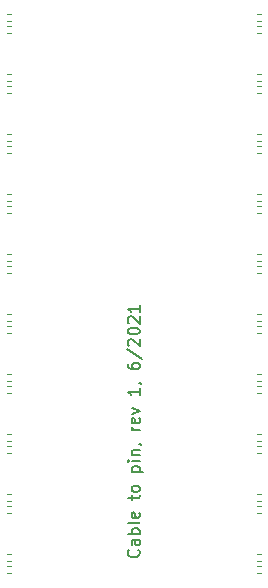
<source format=gto>
G04 #@! TF.GenerationSoftware,KiCad,Pcbnew,5.1.9-73d0e3b20d~88~ubuntu20.04.1*
G04 #@! TF.CreationDate,2021-06-04T14:41:46+03:00*
G04 #@! TF.ProjectId,cable_to_square_pin,6361626c-655f-4746-9f5f-737175617265,rev?*
G04 #@! TF.SameCoordinates,Original*
G04 #@! TF.FileFunction,Legend,Top*
G04 #@! TF.FilePolarity,Positive*
%FSLAX46Y46*%
G04 Gerber Fmt 4.6, Leading zero omitted, Abs format (unit mm)*
G04 Created by KiCad (PCBNEW 5.1.9-73d0e3b20d~88~ubuntu20.04.1) date 2021-06-04 14:41:46*
%MOMM*%
%LPD*%
G01*
G04 APERTURE LIST*
%ADD10C,0.150000*%
%ADD11C,0.120000*%
G04 APERTURE END LIST*
D10*
X96357142Y-120547619D02*
X96404761Y-120595238D01*
X96452380Y-120738095D01*
X96452380Y-120833333D01*
X96404761Y-120976190D01*
X96309523Y-121071428D01*
X96214285Y-121119047D01*
X96023809Y-121166666D01*
X95880952Y-121166666D01*
X95690476Y-121119047D01*
X95595238Y-121071428D01*
X95500000Y-120976190D01*
X95452380Y-120833333D01*
X95452380Y-120738095D01*
X95500000Y-120595238D01*
X95547619Y-120547619D01*
X96452380Y-119690476D02*
X95928571Y-119690476D01*
X95833333Y-119738095D01*
X95785714Y-119833333D01*
X95785714Y-120023809D01*
X95833333Y-120119047D01*
X96404761Y-119690476D02*
X96452380Y-119785714D01*
X96452380Y-120023809D01*
X96404761Y-120119047D01*
X96309523Y-120166666D01*
X96214285Y-120166666D01*
X96119047Y-120119047D01*
X96071428Y-120023809D01*
X96071428Y-119785714D01*
X96023809Y-119690476D01*
X96452380Y-119214285D02*
X95452380Y-119214285D01*
X95833333Y-119214285D02*
X95785714Y-119119047D01*
X95785714Y-118928571D01*
X95833333Y-118833333D01*
X95880952Y-118785714D01*
X95976190Y-118738095D01*
X96261904Y-118738095D01*
X96357142Y-118785714D01*
X96404761Y-118833333D01*
X96452380Y-118928571D01*
X96452380Y-119119047D01*
X96404761Y-119214285D01*
X96452380Y-118166666D02*
X96404761Y-118261904D01*
X96309523Y-118309523D01*
X95452380Y-118309523D01*
X96404761Y-117404761D02*
X96452380Y-117500000D01*
X96452380Y-117690476D01*
X96404761Y-117785714D01*
X96309523Y-117833333D01*
X95928571Y-117833333D01*
X95833333Y-117785714D01*
X95785714Y-117690476D01*
X95785714Y-117500000D01*
X95833333Y-117404761D01*
X95928571Y-117357142D01*
X96023809Y-117357142D01*
X96119047Y-117833333D01*
X95785714Y-116309523D02*
X95785714Y-115928571D01*
X95452380Y-116166666D02*
X96309523Y-116166666D01*
X96404761Y-116119047D01*
X96452380Y-116023809D01*
X96452380Y-115928571D01*
X96452380Y-115452380D02*
X96404761Y-115547619D01*
X96357142Y-115595238D01*
X96261904Y-115642857D01*
X95976190Y-115642857D01*
X95880952Y-115595238D01*
X95833333Y-115547619D01*
X95785714Y-115452380D01*
X95785714Y-115309523D01*
X95833333Y-115214285D01*
X95880952Y-115166666D01*
X95976190Y-115119047D01*
X96261904Y-115119047D01*
X96357142Y-115166666D01*
X96404761Y-115214285D01*
X96452380Y-115309523D01*
X96452380Y-115452380D01*
X95785714Y-113928571D02*
X96785714Y-113928571D01*
X95833333Y-113928571D02*
X95785714Y-113833333D01*
X95785714Y-113642857D01*
X95833333Y-113547619D01*
X95880952Y-113500000D01*
X95976190Y-113452380D01*
X96261904Y-113452380D01*
X96357142Y-113500000D01*
X96404761Y-113547619D01*
X96452380Y-113642857D01*
X96452380Y-113833333D01*
X96404761Y-113928571D01*
X96452380Y-113023809D02*
X95785714Y-113023809D01*
X95452380Y-113023809D02*
X95500000Y-113071428D01*
X95547619Y-113023809D01*
X95500000Y-112976190D01*
X95452380Y-113023809D01*
X95547619Y-113023809D01*
X95785714Y-112547619D02*
X96452380Y-112547619D01*
X95880952Y-112547619D02*
X95833333Y-112500000D01*
X95785714Y-112404761D01*
X95785714Y-112261904D01*
X95833333Y-112166666D01*
X95928571Y-112119047D01*
X96452380Y-112119047D01*
X96404761Y-111595238D02*
X96452380Y-111595238D01*
X96547619Y-111642857D01*
X96595238Y-111690476D01*
X96452380Y-110404761D02*
X95785714Y-110404761D01*
X95976190Y-110404761D02*
X95880952Y-110357142D01*
X95833333Y-110309523D01*
X95785714Y-110214285D01*
X95785714Y-110119047D01*
X96404761Y-109404761D02*
X96452380Y-109500000D01*
X96452380Y-109690476D01*
X96404761Y-109785714D01*
X96309523Y-109833333D01*
X95928571Y-109833333D01*
X95833333Y-109785714D01*
X95785714Y-109690476D01*
X95785714Y-109500000D01*
X95833333Y-109404761D01*
X95928571Y-109357142D01*
X96023809Y-109357142D01*
X96119047Y-109833333D01*
X95785714Y-109023809D02*
X96452380Y-108785714D01*
X95785714Y-108547619D01*
X96452380Y-106880952D02*
X96452380Y-107452380D01*
X96452380Y-107166666D02*
X95452380Y-107166666D01*
X95595238Y-107261904D01*
X95690476Y-107357142D01*
X95738095Y-107452380D01*
X96404761Y-106404761D02*
X96452380Y-106404761D01*
X96547619Y-106452380D01*
X96595238Y-106500000D01*
X95452380Y-104785714D02*
X95452380Y-104976190D01*
X95500000Y-105071428D01*
X95547619Y-105119047D01*
X95690476Y-105214285D01*
X95880952Y-105261904D01*
X96261904Y-105261904D01*
X96357142Y-105214285D01*
X96404761Y-105166666D01*
X96452380Y-105071428D01*
X96452380Y-104880952D01*
X96404761Y-104785714D01*
X96357142Y-104738095D01*
X96261904Y-104690476D01*
X96023809Y-104690476D01*
X95928571Y-104738095D01*
X95880952Y-104785714D01*
X95833333Y-104880952D01*
X95833333Y-105071428D01*
X95880952Y-105166666D01*
X95928571Y-105214285D01*
X96023809Y-105261904D01*
X95404761Y-103547619D02*
X96690476Y-104404761D01*
X95547619Y-103261904D02*
X95500000Y-103214285D01*
X95452380Y-103119047D01*
X95452380Y-102880952D01*
X95500000Y-102785714D01*
X95547619Y-102738095D01*
X95642857Y-102690476D01*
X95738095Y-102690476D01*
X95880952Y-102738095D01*
X96452380Y-103309523D01*
X96452380Y-102690476D01*
X95452380Y-102071428D02*
X95452380Y-101976190D01*
X95500000Y-101880952D01*
X95547619Y-101833333D01*
X95642857Y-101785714D01*
X95833333Y-101738095D01*
X96071428Y-101738095D01*
X96261904Y-101785714D01*
X96357142Y-101833333D01*
X96404761Y-101880952D01*
X96452380Y-101976190D01*
X96452380Y-102071428D01*
X96404761Y-102166666D01*
X96357142Y-102214285D01*
X96261904Y-102261904D01*
X96071428Y-102309523D01*
X95833333Y-102309523D01*
X95642857Y-102261904D01*
X95547619Y-102214285D01*
X95500000Y-102166666D01*
X95452380Y-102071428D01*
X95547619Y-101357142D02*
X95500000Y-101309523D01*
X95452380Y-101214285D01*
X95452380Y-100976190D01*
X95500000Y-100880952D01*
X95547619Y-100833333D01*
X95642857Y-100785714D01*
X95738095Y-100785714D01*
X95880952Y-100833333D01*
X96452380Y-101404761D01*
X96452380Y-100785714D01*
X96452380Y-99833333D02*
X96452380Y-100404761D01*
X96452380Y-100119047D02*
X95452380Y-100119047D01*
X95595238Y-100214285D01*
X95690476Y-100309523D01*
X95738095Y-100404761D01*
D11*
G04 #@! TO.C,C1*
X106397221Y-76210000D02*
X106722779Y-76210000D01*
X106397221Y-75190000D02*
X106722779Y-75190000D01*
G04 #@! TO.C,R1*
X106397221Y-76810000D02*
X106722779Y-76810000D01*
X106397221Y-75790000D02*
X106722779Y-75790000D01*
X106397221Y-111350000D02*
X106722779Y-111350000D01*
X106397221Y-112370000D02*
X106722779Y-112370000D01*
X106397221Y-117450000D02*
X106722779Y-117450000D01*
X106397221Y-116430000D02*
X106722779Y-116430000D01*
X106397221Y-80870000D02*
X106722779Y-80870000D01*
X106397221Y-81890000D02*
X106722779Y-81890000D01*
X106397221Y-91030000D02*
X106722779Y-91030000D01*
X106397221Y-92050000D02*
X106722779Y-92050000D01*
G04 #@! TO.C,C1*
X106397221Y-110750000D02*
X106722779Y-110750000D01*
X106397221Y-111770000D02*
X106722779Y-111770000D01*
X106397221Y-96530000D02*
X106722779Y-96530000D01*
X106397221Y-95510000D02*
X106722779Y-95510000D01*
X106397221Y-80270000D02*
X106722779Y-80270000D01*
X106397221Y-81290000D02*
X106722779Y-81290000D01*
G04 #@! TO.C,R1*
X106397221Y-107290000D02*
X106722779Y-107290000D01*
X106397221Y-106270000D02*
X106722779Y-106270000D01*
G04 #@! TO.C,C1*
X106397221Y-100590000D02*
X106722779Y-100590000D01*
X106397221Y-101610000D02*
X106722779Y-101610000D01*
X106397221Y-90430000D02*
X106722779Y-90430000D01*
X106397221Y-91450000D02*
X106722779Y-91450000D01*
X106397221Y-116850000D02*
X106722779Y-116850000D01*
X106397221Y-115830000D02*
X106722779Y-115830000D01*
G04 #@! TO.C,R1*
X106397221Y-86970000D02*
X106722779Y-86970000D01*
X106397221Y-85950000D02*
X106722779Y-85950000D01*
G04 #@! TO.C,C1*
X106397221Y-106690000D02*
X106722779Y-106690000D01*
X106397221Y-105670000D02*
X106722779Y-105670000D01*
G04 #@! TO.C,R1*
X106397221Y-121510000D02*
X106722779Y-121510000D01*
X106397221Y-122530000D02*
X106722779Y-122530000D01*
X106397221Y-101190000D02*
X106722779Y-101190000D01*
X106397221Y-102210000D02*
X106722779Y-102210000D01*
G04 #@! TO.C,C1*
X106397221Y-120910000D02*
X106722779Y-120910000D01*
X106397221Y-121930000D02*
X106722779Y-121930000D01*
X106397221Y-86370000D02*
X106722779Y-86370000D01*
X106397221Y-85350000D02*
X106722779Y-85350000D01*
G04 #@! TO.C,R1*
X106397221Y-97130000D02*
X106722779Y-97130000D01*
X106397221Y-96110000D02*
X106722779Y-96110000D01*
X85562779Y-121930000D02*
X85237221Y-121930000D01*
X85562779Y-120910000D02*
X85237221Y-120910000D01*
G04 #@! TO.C,C1*
X85562779Y-116430000D02*
X85237221Y-116430000D01*
X85562779Y-117450000D02*
X85237221Y-117450000D01*
X85562779Y-112370000D02*
X85237221Y-112370000D01*
X85562779Y-111350000D02*
X85237221Y-111350000D01*
X85562779Y-122530000D02*
X85237221Y-122530000D01*
X85562779Y-121510000D02*
X85237221Y-121510000D01*
G04 #@! TO.C,R1*
X85562779Y-111770000D02*
X85237221Y-111770000D01*
X85562779Y-110750000D02*
X85237221Y-110750000D01*
X85562779Y-115830000D02*
X85237221Y-115830000D01*
X85562779Y-116850000D02*
X85237221Y-116850000D01*
X85562779Y-101610000D02*
X85237221Y-101610000D01*
X85562779Y-100590000D02*
X85237221Y-100590000D01*
X85562779Y-95510000D02*
X85237221Y-95510000D01*
X85562779Y-96530000D02*
X85237221Y-96530000D01*
G04 #@! TO.C,C1*
X85562779Y-102210000D02*
X85237221Y-102210000D01*
X85562779Y-101190000D02*
X85237221Y-101190000D01*
G04 #@! TO.C,R1*
X85562779Y-105670000D02*
X85237221Y-105670000D01*
X85562779Y-106690000D02*
X85237221Y-106690000D01*
G04 #@! TO.C,C1*
X85562779Y-96110000D02*
X85237221Y-96110000D01*
X85562779Y-97130000D02*
X85237221Y-97130000D01*
X85562779Y-106270000D02*
X85237221Y-106270000D01*
X85562779Y-107290000D02*
X85237221Y-107290000D01*
G04 #@! TO.C,R1*
X85562779Y-91450000D02*
X85237221Y-91450000D01*
X85562779Y-90430000D02*
X85237221Y-90430000D01*
G04 #@! TO.C,C1*
X85562779Y-92050000D02*
X85237221Y-92050000D01*
X85562779Y-91030000D02*
X85237221Y-91030000D01*
G04 #@! TO.C,R1*
X85562779Y-85350000D02*
X85237221Y-85350000D01*
X85562779Y-86370000D02*
X85237221Y-86370000D01*
G04 #@! TO.C,C1*
X85562779Y-85950000D02*
X85237221Y-85950000D01*
X85562779Y-86970000D02*
X85237221Y-86970000D01*
G04 #@! TO.C,R1*
X85562779Y-81290000D02*
X85237221Y-81290000D01*
X85562779Y-80270000D02*
X85237221Y-80270000D01*
G04 #@! TO.C,C1*
X85562779Y-81890000D02*
X85237221Y-81890000D01*
X85562779Y-80870000D02*
X85237221Y-80870000D01*
G04 #@! TO.C,R1*
X85562779Y-75190000D02*
X85237221Y-75190000D01*
X85562779Y-76210000D02*
X85237221Y-76210000D01*
G04 #@! TO.C,C1*
X85562779Y-75790000D02*
X85237221Y-75790000D01*
X85562779Y-76810000D02*
X85237221Y-76810000D01*
G04 #@! TD*
%LPC*%
G04 #@! TO.C,J1*
G36*
G01*
X107860000Y-121020000D02*
X111460000Y-121020000D01*
G75*
G02*
X111810000Y-121370000I0J-350000D01*
G01*
X111810000Y-122070000D01*
G75*
G02*
X111460000Y-122420000I-350000J0D01*
G01*
X107860000Y-122420000D01*
G75*
G02*
X107510000Y-122070000I0J350000D01*
G01*
X107510000Y-121370000D01*
G75*
G02*
X107860000Y-121020000I350000J0D01*
G01*
G37*
G04 #@! TD*
G04 #@! TO.C,J2*
G36*
G01*
X105360000Y-121470000D02*
X105360000Y-121970000D01*
G75*
G02*
X105110000Y-122220000I-250000J0D01*
G01*
X102610000Y-122220000D01*
G75*
G02*
X102360000Y-121970000I0J250000D01*
G01*
X102360000Y-121470000D01*
G75*
G02*
X102610000Y-121220000I250000J0D01*
G01*
X105110000Y-121220000D01*
G75*
G02*
X105360000Y-121470000I0J-250000D01*
G01*
G37*
G04 #@! TD*
G04 #@! TO.C,C1*
G36*
G01*
X106910000Y-75956250D02*
X106910000Y-75443750D01*
G75*
G02*
X107128750Y-75225000I218750J0D01*
G01*
X107566250Y-75225000D01*
G75*
G02*
X107785000Y-75443750I0J-218750D01*
G01*
X107785000Y-75956250D01*
G75*
G02*
X107566250Y-76175000I-218750J0D01*
G01*
X107128750Y-76175000D01*
G75*
G02*
X106910000Y-75956250I0J218750D01*
G01*
G37*
G36*
G01*
X105335000Y-75956250D02*
X105335000Y-75443750D01*
G75*
G02*
X105553750Y-75225000I218750J0D01*
G01*
X105991250Y-75225000D01*
G75*
G02*
X106210000Y-75443750I0J-218750D01*
G01*
X106210000Y-75956250D01*
G75*
G02*
X105991250Y-76175000I-218750J0D01*
G01*
X105553750Y-76175000D01*
G75*
G02*
X105335000Y-75956250I0J218750D01*
G01*
G37*
G04 #@! TD*
G04 #@! TO.C,J2*
G36*
G01*
X105360000Y-106230000D02*
X105360000Y-106730000D01*
G75*
G02*
X105110000Y-106980000I-250000J0D01*
G01*
X102610000Y-106980000D01*
G75*
G02*
X102360000Y-106730000I0J250000D01*
G01*
X102360000Y-106230000D01*
G75*
G02*
X102610000Y-105980000I250000J0D01*
G01*
X105110000Y-105980000D01*
G75*
G02*
X105360000Y-106230000I0J-250000D01*
G01*
G37*
G04 #@! TD*
G04 #@! TO.C,R1*
G36*
G01*
X106910000Y-76556250D02*
X106910000Y-76043750D01*
G75*
G02*
X107128750Y-75825000I218750J0D01*
G01*
X107566250Y-75825000D01*
G75*
G02*
X107785000Y-76043750I0J-218750D01*
G01*
X107785000Y-76556250D01*
G75*
G02*
X107566250Y-76775000I-218750J0D01*
G01*
X107128750Y-76775000D01*
G75*
G02*
X106910000Y-76556250I0J218750D01*
G01*
G37*
G36*
G01*
X105335000Y-76556250D02*
X105335000Y-76043750D01*
G75*
G02*
X105553750Y-75825000I218750J0D01*
G01*
X105991250Y-75825000D01*
G75*
G02*
X106210000Y-76043750I0J-218750D01*
G01*
X106210000Y-76556250D01*
G75*
G02*
X105991250Y-76775000I-218750J0D01*
G01*
X105553750Y-76775000D01*
G75*
G02*
X105335000Y-76556250I0J218750D01*
G01*
G37*
G04 #@! TD*
G04 #@! TO.C,J1*
G36*
G01*
X107860000Y-85460000D02*
X111460000Y-85460000D01*
G75*
G02*
X111810000Y-85810000I0J-350000D01*
G01*
X111810000Y-86510000D01*
G75*
G02*
X111460000Y-86860000I-350000J0D01*
G01*
X107860000Y-86860000D01*
G75*
G02*
X107510000Y-86510000I0J350000D01*
G01*
X107510000Y-85810000D01*
G75*
G02*
X107860000Y-85460000I350000J0D01*
G01*
G37*
G04 #@! TD*
G04 #@! TO.C,R1*
G36*
G01*
X105335000Y-112116250D02*
X105335000Y-111603750D01*
G75*
G02*
X105553750Y-111385000I218750J0D01*
G01*
X105991250Y-111385000D01*
G75*
G02*
X106210000Y-111603750I0J-218750D01*
G01*
X106210000Y-112116250D01*
G75*
G02*
X105991250Y-112335000I-218750J0D01*
G01*
X105553750Y-112335000D01*
G75*
G02*
X105335000Y-112116250I0J218750D01*
G01*
G37*
G36*
G01*
X106910000Y-112116250D02*
X106910000Y-111603750D01*
G75*
G02*
X107128750Y-111385000I218750J0D01*
G01*
X107566250Y-111385000D01*
G75*
G02*
X107785000Y-111603750I0J-218750D01*
G01*
X107785000Y-112116250D01*
G75*
G02*
X107566250Y-112335000I-218750J0D01*
G01*
X107128750Y-112335000D01*
G75*
G02*
X106910000Y-112116250I0J218750D01*
G01*
G37*
G04 #@! TD*
G04 #@! TO.C,R1*
G36*
G01*
X106910000Y-117196250D02*
X106910000Y-116683750D01*
G75*
G02*
X107128750Y-116465000I218750J0D01*
G01*
X107566250Y-116465000D01*
G75*
G02*
X107785000Y-116683750I0J-218750D01*
G01*
X107785000Y-117196250D01*
G75*
G02*
X107566250Y-117415000I-218750J0D01*
G01*
X107128750Y-117415000D01*
G75*
G02*
X106910000Y-117196250I0J218750D01*
G01*
G37*
G36*
G01*
X105335000Y-117196250D02*
X105335000Y-116683750D01*
G75*
G02*
X105553750Y-116465000I218750J0D01*
G01*
X105991250Y-116465000D01*
G75*
G02*
X106210000Y-116683750I0J-218750D01*
G01*
X106210000Y-117196250D01*
G75*
G02*
X105991250Y-117415000I-218750J0D01*
G01*
X105553750Y-117415000D01*
G75*
G02*
X105335000Y-117196250I0J218750D01*
G01*
G37*
G04 #@! TD*
G04 #@! TO.C,J1*
G36*
G01*
X107860000Y-80380000D02*
X111460000Y-80380000D01*
G75*
G02*
X111810000Y-80730000I0J-350000D01*
G01*
X111810000Y-81430000D01*
G75*
G02*
X111460000Y-81780000I-350000J0D01*
G01*
X107860000Y-81780000D01*
G75*
G02*
X107510000Y-81430000I0J350000D01*
G01*
X107510000Y-80730000D01*
G75*
G02*
X107860000Y-80380000I350000J0D01*
G01*
G37*
G04 #@! TD*
G04 #@! TO.C,R1*
G36*
G01*
X105335000Y-81636250D02*
X105335000Y-81123750D01*
G75*
G02*
X105553750Y-80905000I218750J0D01*
G01*
X105991250Y-80905000D01*
G75*
G02*
X106210000Y-81123750I0J-218750D01*
G01*
X106210000Y-81636250D01*
G75*
G02*
X105991250Y-81855000I-218750J0D01*
G01*
X105553750Y-81855000D01*
G75*
G02*
X105335000Y-81636250I0J218750D01*
G01*
G37*
G36*
G01*
X106910000Y-81636250D02*
X106910000Y-81123750D01*
G75*
G02*
X107128750Y-80905000I218750J0D01*
G01*
X107566250Y-80905000D01*
G75*
G02*
X107785000Y-81123750I0J-218750D01*
G01*
X107785000Y-81636250D01*
G75*
G02*
X107566250Y-81855000I-218750J0D01*
G01*
X107128750Y-81855000D01*
G75*
G02*
X106910000Y-81636250I0J218750D01*
G01*
G37*
G04 #@! TD*
G04 #@! TO.C,J1*
G36*
G01*
X107860000Y-95620000D02*
X111460000Y-95620000D01*
G75*
G02*
X111810000Y-95970000I0J-350000D01*
G01*
X111810000Y-96670000D01*
G75*
G02*
X111460000Y-97020000I-350000J0D01*
G01*
X107860000Y-97020000D01*
G75*
G02*
X107510000Y-96670000I0J350000D01*
G01*
X107510000Y-95970000D01*
G75*
G02*
X107860000Y-95620000I350000J0D01*
G01*
G37*
G04 #@! TD*
G04 #@! TO.C,R1*
G36*
G01*
X105335000Y-91796250D02*
X105335000Y-91283750D01*
G75*
G02*
X105553750Y-91065000I218750J0D01*
G01*
X105991250Y-91065000D01*
G75*
G02*
X106210000Y-91283750I0J-218750D01*
G01*
X106210000Y-91796250D01*
G75*
G02*
X105991250Y-92015000I-218750J0D01*
G01*
X105553750Y-92015000D01*
G75*
G02*
X105335000Y-91796250I0J218750D01*
G01*
G37*
G36*
G01*
X106910000Y-91796250D02*
X106910000Y-91283750D01*
G75*
G02*
X107128750Y-91065000I218750J0D01*
G01*
X107566250Y-91065000D01*
G75*
G02*
X107785000Y-91283750I0J-218750D01*
G01*
X107785000Y-91796250D01*
G75*
G02*
X107566250Y-92015000I-218750J0D01*
G01*
X107128750Y-92015000D01*
G75*
G02*
X106910000Y-91796250I0J218750D01*
G01*
G37*
G04 #@! TD*
G04 #@! TO.C,J1*
G36*
G01*
X107860000Y-100700000D02*
X111460000Y-100700000D01*
G75*
G02*
X111810000Y-101050000I0J-350000D01*
G01*
X111810000Y-101750000D01*
G75*
G02*
X111460000Y-102100000I-350000J0D01*
G01*
X107860000Y-102100000D01*
G75*
G02*
X107510000Y-101750000I0J350000D01*
G01*
X107510000Y-101050000D01*
G75*
G02*
X107860000Y-100700000I350000J0D01*
G01*
G37*
G04 #@! TD*
G04 #@! TO.C,J1*
G36*
G01*
X107860000Y-115940000D02*
X111460000Y-115940000D01*
G75*
G02*
X111810000Y-116290000I0J-350000D01*
G01*
X111810000Y-116990000D01*
G75*
G02*
X111460000Y-117340000I-350000J0D01*
G01*
X107860000Y-117340000D01*
G75*
G02*
X107510000Y-116990000I0J350000D01*
G01*
X107510000Y-116290000D01*
G75*
G02*
X107860000Y-115940000I350000J0D01*
G01*
G37*
G04 #@! TD*
G04 #@! TO.C,C1*
G36*
G01*
X105335000Y-111516250D02*
X105335000Y-111003750D01*
G75*
G02*
X105553750Y-110785000I218750J0D01*
G01*
X105991250Y-110785000D01*
G75*
G02*
X106210000Y-111003750I0J-218750D01*
G01*
X106210000Y-111516250D01*
G75*
G02*
X105991250Y-111735000I-218750J0D01*
G01*
X105553750Y-111735000D01*
G75*
G02*
X105335000Y-111516250I0J218750D01*
G01*
G37*
G36*
G01*
X106910000Y-111516250D02*
X106910000Y-111003750D01*
G75*
G02*
X107128750Y-110785000I218750J0D01*
G01*
X107566250Y-110785000D01*
G75*
G02*
X107785000Y-111003750I0J-218750D01*
G01*
X107785000Y-111516250D01*
G75*
G02*
X107566250Y-111735000I-218750J0D01*
G01*
X107128750Y-111735000D01*
G75*
G02*
X106910000Y-111516250I0J218750D01*
G01*
G37*
G04 #@! TD*
G04 #@! TO.C,C1*
G36*
G01*
X106910000Y-96276250D02*
X106910000Y-95763750D01*
G75*
G02*
X107128750Y-95545000I218750J0D01*
G01*
X107566250Y-95545000D01*
G75*
G02*
X107785000Y-95763750I0J-218750D01*
G01*
X107785000Y-96276250D01*
G75*
G02*
X107566250Y-96495000I-218750J0D01*
G01*
X107128750Y-96495000D01*
G75*
G02*
X106910000Y-96276250I0J218750D01*
G01*
G37*
G36*
G01*
X105335000Y-96276250D02*
X105335000Y-95763750D01*
G75*
G02*
X105553750Y-95545000I218750J0D01*
G01*
X105991250Y-95545000D01*
G75*
G02*
X106210000Y-95763750I0J-218750D01*
G01*
X106210000Y-96276250D01*
G75*
G02*
X105991250Y-96495000I-218750J0D01*
G01*
X105553750Y-96495000D01*
G75*
G02*
X105335000Y-96276250I0J218750D01*
G01*
G37*
G04 #@! TD*
G04 #@! TO.C,C1*
G36*
G01*
X105335000Y-81036250D02*
X105335000Y-80523750D01*
G75*
G02*
X105553750Y-80305000I218750J0D01*
G01*
X105991250Y-80305000D01*
G75*
G02*
X106210000Y-80523750I0J-218750D01*
G01*
X106210000Y-81036250D01*
G75*
G02*
X105991250Y-81255000I-218750J0D01*
G01*
X105553750Y-81255000D01*
G75*
G02*
X105335000Y-81036250I0J218750D01*
G01*
G37*
G36*
G01*
X106910000Y-81036250D02*
X106910000Y-80523750D01*
G75*
G02*
X107128750Y-80305000I218750J0D01*
G01*
X107566250Y-80305000D01*
G75*
G02*
X107785000Y-80523750I0J-218750D01*
G01*
X107785000Y-81036250D01*
G75*
G02*
X107566250Y-81255000I-218750J0D01*
G01*
X107128750Y-81255000D01*
G75*
G02*
X106910000Y-81036250I0J218750D01*
G01*
G37*
G04 #@! TD*
G04 #@! TO.C,J1*
G36*
G01*
X107860000Y-75300000D02*
X111460000Y-75300000D01*
G75*
G02*
X111810000Y-75650000I0J-350000D01*
G01*
X111810000Y-76350000D01*
G75*
G02*
X111460000Y-76700000I-350000J0D01*
G01*
X107860000Y-76700000D01*
G75*
G02*
X107510000Y-76350000I0J350000D01*
G01*
X107510000Y-75650000D01*
G75*
G02*
X107860000Y-75300000I350000J0D01*
G01*
G37*
G04 #@! TD*
G04 #@! TO.C,R1*
G36*
G01*
X106910000Y-107036250D02*
X106910000Y-106523750D01*
G75*
G02*
X107128750Y-106305000I218750J0D01*
G01*
X107566250Y-106305000D01*
G75*
G02*
X107785000Y-106523750I0J-218750D01*
G01*
X107785000Y-107036250D01*
G75*
G02*
X107566250Y-107255000I-218750J0D01*
G01*
X107128750Y-107255000D01*
G75*
G02*
X106910000Y-107036250I0J218750D01*
G01*
G37*
G36*
G01*
X105335000Y-107036250D02*
X105335000Y-106523750D01*
G75*
G02*
X105553750Y-106305000I218750J0D01*
G01*
X105991250Y-106305000D01*
G75*
G02*
X106210000Y-106523750I0J-218750D01*
G01*
X106210000Y-107036250D01*
G75*
G02*
X105991250Y-107255000I-218750J0D01*
G01*
X105553750Y-107255000D01*
G75*
G02*
X105335000Y-107036250I0J218750D01*
G01*
G37*
G04 #@! TD*
G04 #@! TO.C,J2*
G36*
G01*
X105360000Y-111310000D02*
X105360000Y-111810000D01*
G75*
G02*
X105110000Y-112060000I-250000J0D01*
G01*
X102610000Y-112060000D01*
G75*
G02*
X102360000Y-111810000I0J250000D01*
G01*
X102360000Y-111310000D01*
G75*
G02*
X102610000Y-111060000I250000J0D01*
G01*
X105110000Y-111060000D01*
G75*
G02*
X105360000Y-111310000I0J-250000D01*
G01*
G37*
G04 #@! TD*
G04 #@! TO.C,J1*
G36*
G01*
X107860000Y-110860000D02*
X111460000Y-110860000D01*
G75*
G02*
X111810000Y-111210000I0J-350000D01*
G01*
X111810000Y-111910000D01*
G75*
G02*
X111460000Y-112260000I-350000J0D01*
G01*
X107860000Y-112260000D01*
G75*
G02*
X107510000Y-111910000I0J350000D01*
G01*
X107510000Y-111210000D01*
G75*
G02*
X107860000Y-110860000I350000J0D01*
G01*
G37*
G04 #@! TD*
G04 #@! TO.C,J1*
G36*
G01*
X107860000Y-90540000D02*
X111460000Y-90540000D01*
G75*
G02*
X111810000Y-90890000I0J-350000D01*
G01*
X111810000Y-91590000D01*
G75*
G02*
X111460000Y-91940000I-350000J0D01*
G01*
X107860000Y-91940000D01*
G75*
G02*
X107510000Y-91590000I0J350000D01*
G01*
X107510000Y-90890000D01*
G75*
G02*
X107860000Y-90540000I350000J0D01*
G01*
G37*
G04 #@! TD*
G04 #@! TO.C,C1*
G36*
G01*
X105335000Y-101356250D02*
X105335000Y-100843750D01*
G75*
G02*
X105553750Y-100625000I218750J0D01*
G01*
X105991250Y-100625000D01*
G75*
G02*
X106210000Y-100843750I0J-218750D01*
G01*
X106210000Y-101356250D01*
G75*
G02*
X105991250Y-101575000I-218750J0D01*
G01*
X105553750Y-101575000D01*
G75*
G02*
X105335000Y-101356250I0J218750D01*
G01*
G37*
G36*
G01*
X106910000Y-101356250D02*
X106910000Y-100843750D01*
G75*
G02*
X107128750Y-100625000I218750J0D01*
G01*
X107566250Y-100625000D01*
G75*
G02*
X107785000Y-100843750I0J-218750D01*
G01*
X107785000Y-101356250D01*
G75*
G02*
X107566250Y-101575000I-218750J0D01*
G01*
X107128750Y-101575000D01*
G75*
G02*
X106910000Y-101356250I0J218750D01*
G01*
G37*
G04 #@! TD*
G04 #@! TO.C,C1*
G36*
G01*
X105335000Y-91196250D02*
X105335000Y-90683750D01*
G75*
G02*
X105553750Y-90465000I218750J0D01*
G01*
X105991250Y-90465000D01*
G75*
G02*
X106210000Y-90683750I0J-218750D01*
G01*
X106210000Y-91196250D01*
G75*
G02*
X105991250Y-91415000I-218750J0D01*
G01*
X105553750Y-91415000D01*
G75*
G02*
X105335000Y-91196250I0J218750D01*
G01*
G37*
G36*
G01*
X106910000Y-91196250D02*
X106910000Y-90683750D01*
G75*
G02*
X107128750Y-90465000I218750J0D01*
G01*
X107566250Y-90465000D01*
G75*
G02*
X107785000Y-90683750I0J-218750D01*
G01*
X107785000Y-91196250D01*
G75*
G02*
X107566250Y-91415000I-218750J0D01*
G01*
X107128750Y-91415000D01*
G75*
G02*
X106910000Y-91196250I0J218750D01*
G01*
G37*
G04 #@! TD*
G04 #@! TO.C,C1*
G36*
G01*
X106910000Y-116596250D02*
X106910000Y-116083750D01*
G75*
G02*
X107128750Y-115865000I218750J0D01*
G01*
X107566250Y-115865000D01*
G75*
G02*
X107785000Y-116083750I0J-218750D01*
G01*
X107785000Y-116596250D01*
G75*
G02*
X107566250Y-116815000I-218750J0D01*
G01*
X107128750Y-116815000D01*
G75*
G02*
X106910000Y-116596250I0J218750D01*
G01*
G37*
G36*
G01*
X105335000Y-116596250D02*
X105335000Y-116083750D01*
G75*
G02*
X105553750Y-115865000I218750J0D01*
G01*
X105991250Y-115865000D01*
G75*
G02*
X106210000Y-116083750I0J-218750D01*
G01*
X106210000Y-116596250D01*
G75*
G02*
X105991250Y-116815000I-218750J0D01*
G01*
X105553750Y-116815000D01*
G75*
G02*
X105335000Y-116596250I0J218750D01*
G01*
G37*
G04 #@! TD*
G04 #@! TO.C,J2*
G36*
G01*
X105360000Y-116390000D02*
X105360000Y-116890000D01*
G75*
G02*
X105110000Y-117140000I-250000J0D01*
G01*
X102610000Y-117140000D01*
G75*
G02*
X102360000Y-116890000I0J250000D01*
G01*
X102360000Y-116390000D01*
G75*
G02*
X102610000Y-116140000I250000J0D01*
G01*
X105110000Y-116140000D01*
G75*
G02*
X105360000Y-116390000I0J-250000D01*
G01*
G37*
G04 #@! TD*
G04 #@! TO.C,J1*
G36*
G01*
X107860000Y-105780000D02*
X111460000Y-105780000D01*
G75*
G02*
X111810000Y-106130000I0J-350000D01*
G01*
X111810000Y-106830000D01*
G75*
G02*
X111460000Y-107180000I-350000J0D01*
G01*
X107860000Y-107180000D01*
G75*
G02*
X107510000Y-106830000I0J350000D01*
G01*
X107510000Y-106130000D01*
G75*
G02*
X107860000Y-105780000I350000J0D01*
G01*
G37*
G04 #@! TD*
G04 #@! TO.C,J2*
G36*
G01*
X105360000Y-90990000D02*
X105360000Y-91490000D01*
G75*
G02*
X105110000Y-91740000I-250000J0D01*
G01*
X102610000Y-91740000D01*
G75*
G02*
X102360000Y-91490000I0J250000D01*
G01*
X102360000Y-90990000D01*
G75*
G02*
X102610000Y-90740000I250000J0D01*
G01*
X105110000Y-90740000D01*
G75*
G02*
X105360000Y-90990000I0J-250000D01*
G01*
G37*
G04 #@! TD*
G04 #@! TO.C,J2*
G36*
G01*
X105360000Y-85910000D02*
X105360000Y-86410000D01*
G75*
G02*
X105110000Y-86660000I-250000J0D01*
G01*
X102610000Y-86660000D01*
G75*
G02*
X102360000Y-86410000I0J250000D01*
G01*
X102360000Y-85910000D01*
G75*
G02*
X102610000Y-85660000I250000J0D01*
G01*
X105110000Y-85660000D01*
G75*
G02*
X105360000Y-85910000I0J-250000D01*
G01*
G37*
G04 #@! TD*
G04 #@! TO.C,J2*
G36*
G01*
X105360000Y-101150000D02*
X105360000Y-101650000D01*
G75*
G02*
X105110000Y-101900000I-250000J0D01*
G01*
X102610000Y-101900000D01*
G75*
G02*
X102360000Y-101650000I0J250000D01*
G01*
X102360000Y-101150000D01*
G75*
G02*
X102610000Y-100900000I250000J0D01*
G01*
X105110000Y-100900000D01*
G75*
G02*
X105360000Y-101150000I0J-250000D01*
G01*
G37*
G04 #@! TD*
G04 #@! TO.C,R1*
G36*
G01*
X106910000Y-86716250D02*
X106910000Y-86203750D01*
G75*
G02*
X107128750Y-85985000I218750J0D01*
G01*
X107566250Y-85985000D01*
G75*
G02*
X107785000Y-86203750I0J-218750D01*
G01*
X107785000Y-86716250D01*
G75*
G02*
X107566250Y-86935000I-218750J0D01*
G01*
X107128750Y-86935000D01*
G75*
G02*
X106910000Y-86716250I0J218750D01*
G01*
G37*
G36*
G01*
X105335000Y-86716250D02*
X105335000Y-86203750D01*
G75*
G02*
X105553750Y-85985000I218750J0D01*
G01*
X105991250Y-85985000D01*
G75*
G02*
X106210000Y-86203750I0J-218750D01*
G01*
X106210000Y-86716250D01*
G75*
G02*
X105991250Y-86935000I-218750J0D01*
G01*
X105553750Y-86935000D01*
G75*
G02*
X105335000Y-86716250I0J218750D01*
G01*
G37*
G04 #@! TD*
G04 #@! TO.C,J2*
G36*
G01*
X105360000Y-96070000D02*
X105360000Y-96570000D01*
G75*
G02*
X105110000Y-96820000I-250000J0D01*
G01*
X102610000Y-96820000D01*
G75*
G02*
X102360000Y-96570000I0J250000D01*
G01*
X102360000Y-96070000D01*
G75*
G02*
X102610000Y-95820000I250000J0D01*
G01*
X105110000Y-95820000D01*
G75*
G02*
X105360000Y-96070000I0J-250000D01*
G01*
G37*
G04 #@! TD*
G04 #@! TO.C,C1*
G36*
G01*
X106910000Y-106436250D02*
X106910000Y-105923750D01*
G75*
G02*
X107128750Y-105705000I218750J0D01*
G01*
X107566250Y-105705000D01*
G75*
G02*
X107785000Y-105923750I0J-218750D01*
G01*
X107785000Y-106436250D01*
G75*
G02*
X107566250Y-106655000I-218750J0D01*
G01*
X107128750Y-106655000D01*
G75*
G02*
X106910000Y-106436250I0J218750D01*
G01*
G37*
G36*
G01*
X105335000Y-106436250D02*
X105335000Y-105923750D01*
G75*
G02*
X105553750Y-105705000I218750J0D01*
G01*
X105991250Y-105705000D01*
G75*
G02*
X106210000Y-105923750I0J-218750D01*
G01*
X106210000Y-106436250D01*
G75*
G02*
X105991250Y-106655000I-218750J0D01*
G01*
X105553750Y-106655000D01*
G75*
G02*
X105335000Y-106436250I0J218750D01*
G01*
G37*
G04 #@! TD*
G04 #@! TO.C,R1*
G36*
G01*
X105335000Y-122276250D02*
X105335000Y-121763750D01*
G75*
G02*
X105553750Y-121545000I218750J0D01*
G01*
X105991250Y-121545000D01*
G75*
G02*
X106210000Y-121763750I0J-218750D01*
G01*
X106210000Y-122276250D01*
G75*
G02*
X105991250Y-122495000I-218750J0D01*
G01*
X105553750Y-122495000D01*
G75*
G02*
X105335000Y-122276250I0J218750D01*
G01*
G37*
G36*
G01*
X106910000Y-122276250D02*
X106910000Y-121763750D01*
G75*
G02*
X107128750Y-121545000I218750J0D01*
G01*
X107566250Y-121545000D01*
G75*
G02*
X107785000Y-121763750I0J-218750D01*
G01*
X107785000Y-122276250D01*
G75*
G02*
X107566250Y-122495000I-218750J0D01*
G01*
X107128750Y-122495000D01*
G75*
G02*
X106910000Y-122276250I0J218750D01*
G01*
G37*
G04 #@! TD*
G04 #@! TO.C,J2*
G36*
G01*
X105360000Y-75750000D02*
X105360000Y-76250000D01*
G75*
G02*
X105110000Y-76500000I-250000J0D01*
G01*
X102610000Y-76500000D01*
G75*
G02*
X102360000Y-76250000I0J250000D01*
G01*
X102360000Y-75750000D01*
G75*
G02*
X102610000Y-75500000I250000J0D01*
G01*
X105110000Y-75500000D01*
G75*
G02*
X105360000Y-75750000I0J-250000D01*
G01*
G37*
G04 #@! TD*
G04 #@! TO.C,J2*
G36*
G01*
X105360000Y-80830000D02*
X105360000Y-81330000D01*
G75*
G02*
X105110000Y-81580000I-250000J0D01*
G01*
X102610000Y-81580000D01*
G75*
G02*
X102360000Y-81330000I0J250000D01*
G01*
X102360000Y-80830000D01*
G75*
G02*
X102610000Y-80580000I250000J0D01*
G01*
X105110000Y-80580000D01*
G75*
G02*
X105360000Y-80830000I0J-250000D01*
G01*
G37*
G04 #@! TD*
G04 #@! TO.C,R1*
G36*
G01*
X105335000Y-101956250D02*
X105335000Y-101443750D01*
G75*
G02*
X105553750Y-101225000I218750J0D01*
G01*
X105991250Y-101225000D01*
G75*
G02*
X106210000Y-101443750I0J-218750D01*
G01*
X106210000Y-101956250D01*
G75*
G02*
X105991250Y-102175000I-218750J0D01*
G01*
X105553750Y-102175000D01*
G75*
G02*
X105335000Y-101956250I0J218750D01*
G01*
G37*
G36*
G01*
X106910000Y-101956250D02*
X106910000Y-101443750D01*
G75*
G02*
X107128750Y-101225000I218750J0D01*
G01*
X107566250Y-101225000D01*
G75*
G02*
X107785000Y-101443750I0J-218750D01*
G01*
X107785000Y-101956250D01*
G75*
G02*
X107566250Y-102175000I-218750J0D01*
G01*
X107128750Y-102175000D01*
G75*
G02*
X106910000Y-101956250I0J218750D01*
G01*
G37*
G04 #@! TD*
G04 #@! TO.C,C1*
G36*
G01*
X105335000Y-121676250D02*
X105335000Y-121163750D01*
G75*
G02*
X105553750Y-120945000I218750J0D01*
G01*
X105991250Y-120945000D01*
G75*
G02*
X106210000Y-121163750I0J-218750D01*
G01*
X106210000Y-121676250D01*
G75*
G02*
X105991250Y-121895000I-218750J0D01*
G01*
X105553750Y-121895000D01*
G75*
G02*
X105335000Y-121676250I0J218750D01*
G01*
G37*
G36*
G01*
X106910000Y-121676250D02*
X106910000Y-121163750D01*
G75*
G02*
X107128750Y-120945000I218750J0D01*
G01*
X107566250Y-120945000D01*
G75*
G02*
X107785000Y-121163750I0J-218750D01*
G01*
X107785000Y-121676250D01*
G75*
G02*
X107566250Y-121895000I-218750J0D01*
G01*
X107128750Y-121895000D01*
G75*
G02*
X106910000Y-121676250I0J218750D01*
G01*
G37*
G04 #@! TD*
G04 #@! TO.C,C1*
G36*
G01*
X106910000Y-86116250D02*
X106910000Y-85603750D01*
G75*
G02*
X107128750Y-85385000I218750J0D01*
G01*
X107566250Y-85385000D01*
G75*
G02*
X107785000Y-85603750I0J-218750D01*
G01*
X107785000Y-86116250D01*
G75*
G02*
X107566250Y-86335000I-218750J0D01*
G01*
X107128750Y-86335000D01*
G75*
G02*
X106910000Y-86116250I0J218750D01*
G01*
G37*
G36*
G01*
X105335000Y-86116250D02*
X105335000Y-85603750D01*
G75*
G02*
X105553750Y-85385000I218750J0D01*
G01*
X105991250Y-85385000D01*
G75*
G02*
X106210000Y-85603750I0J-218750D01*
G01*
X106210000Y-86116250D01*
G75*
G02*
X105991250Y-86335000I-218750J0D01*
G01*
X105553750Y-86335000D01*
G75*
G02*
X105335000Y-86116250I0J218750D01*
G01*
G37*
G04 #@! TD*
G04 #@! TO.C,R1*
G36*
G01*
X106910000Y-96876250D02*
X106910000Y-96363750D01*
G75*
G02*
X107128750Y-96145000I218750J0D01*
G01*
X107566250Y-96145000D01*
G75*
G02*
X107785000Y-96363750I0J-218750D01*
G01*
X107785000Y-96876250D01*
G75*
G02*
X107566250Y-97095000I-218750J0D01*
G01*
X107128750Y-97095000D01*
G75*
G02*
X106910000Y-96876250I0J218750D01*
G01*
G37*
G36*
G01*
X105335000Y-96876250D02*
X105335000Y-96363750D01*
G75*
G02*
X105553750Y-96145000I218750J0D01*
G01*
X105991250Y-96145000D01*
G75*
G02*
X106210000Y-96363750I0J-218750D01*
G01*
X106210000Y-96876250D01*
G75*
G02*
X105991250Y-97095000I-218750J0D01*
G01*
X105553750Y-97095000D01*
G75*
G02*
X105335000Y-96876250I0J218750D01*
G01*
G37*
G04 #@! TD*
G04 #@! TO.C,J1*
G36*
G01*
X84100000Y-117340000D02*
X80500000Y-117340000D01*
G75*
G02*
X80150000Y-116990000I0J350000D01*
G01*
X80150000Y-116290000D01*
G75*
G02*
X80500000Y-115940000I350000J0D01*
G01*
X84100000Y-115940000D01*
G75*
G02*
X84450000Y-116290000I0J-350000D01*
G01*
X84450000Y-116990000D01*
G75*
G02*
X84100000Y-117340000I-350000J0D01*
G01*
G37*
G04 #@! TD*
G04 #@! TO.C,R1*
G36*
G01*
X86625000Y-121163750D02*
X86625000Y-121676250D01*
G75*
G02*
X86406250Y-121895000I-218750J0D01*
G01*
X85968750Y-121895000D01*
G75*
G02*
X85750000Y-121676250I0J218750D01*
G01*
X85750000Y-121163750D01*
G75*
G02*
X85968750Y-120945000I218750J0D01*
G01*
X86406250Y-120945000D01*
G75*
G02*
X86625000Y-121163750I0J-218750D01*
G01*
G37*
G36*
G01*
X85050000Y-121163750D02*
X85050000Y-121676250D01*
G75*
G02*
X84831250Y-121895000I-218750J0D01*
G01*
X84393750Y-121895000D01*
G75*
G02*
X84175000Y-121676250I0J218750D01*
G01*
X84175000Y-121163750D01*
G75*
G02*
X84393750Y-120945000I218750J0D01*
G01*
X84831250Y-120945000D01*
G75*
G02*
X85050000Y-121163750I0J-218750D01*
G01*
G37*
G04 #@! TD*
G04 #@! TO.C,J1*
G36*
G01*
X84100000Y-112260000D02*
X80500000Y-112260000D01*
G75*
G02*
X80150000Y-111910000I0J350000D01*
G01*
X80150000Y-111210000D01*
G75*
G02*
X80500000Y-110860000I350000J0D01*
G01*
X84100000Y-110860000D01*
G75*
G02*
X84450000Y-111210000I0J-350000D01*
G01*
X84450000Y-111910000D01*
G75*
G02*
X84100000Y-112260000I-350000J0D01*
G01*
G37*
G04 #@! TD*
G04 #@! TO.C,C1*
G36*
G01*
X85050000Y-116683750D02*
X85050000Y-117196250D01*
G75*
G02*
X84831250Y-117415000I-218750J0D01*
G01*
X84393750Y-117415000D01*
G75*
G02*
X84175000Y-117196250I0J218750D01*
G01*
X84175000Y-116683750D01*
G75*
G02*
X84393750Y-116465000I218750J0D01*
G01*
X84831250Y-116465000D01*
G75*
G02*
X85050000Y-116683750I0J-218750D01*
G01*
G37*
G36*
G01*
X86625000Y-116683750D02*
X86625000Y-117196250D01*
G75*
G02*
X86406250Y-117415000I-218750J0D01*
G01*
X85968750Y-117415000D01*
G75*
G02*
X85750000Y-117196250I0J218750D01*
G01*
X85750000Y-116683750D01*
G75*
G02*
X85968750Y-116465000I218750J0D01*
G01*
X86406250Y-116465000D01*
G75*
G02*
X86625000Y-116683750I0J-218750D01*
G01*
G37*
G04 #@! TD*
G04 #@! TO.C,J1*
G36*
G01*
X84100000Y-122420000D02*
X80500000Y-122420000D01*
G75*
G02*
X80150000Y-122070000I0J350000D01*
G01*
X80150000Y-121370000D01*
G75*
G02*
X80500000Y-121020000I350000J0D01*
G01*
X84100000Y-121020000D01*
G75*
G02*
X84450000Y-121370000I0J-350000D01*
G01*
X84450000Y-122070000D01*
G75*
G02*
X84100000Y-122420000I-350000J0D01*
G01*
G37*
G04 #@! TD*
G04 #@! TO.C,C1*
G36*
G01*
X86625000Y-111603750D02*
X86625000Y-112116250D01*
G75*
G02*
X86406250Y-112335000I-218750J0D01*
G01*
X85968750Y-112335000D01*
G75*
G02*
X85750000Y-112116250I0J218750D01*
G01*
X85750000Y-111603750D01*
G75*
G02*
X85968750Y-111385000I218750J0D01*
G01*
X86406250Y-111385000D01*
G75*
G02*
X86625000Y-111603750I0J-218750D01*
G01*
G37*
G36*
G01*
X85050000Y-111603750D02*
X85050000Y-112116250D01*
G75*
G02*
X84831250Y-112335000I-218750J0D01*
G01*
X84393750Y-112335000D01*
G75*
G02*
X84175000Y-112116250I0J218750D01*
G01*
X84175000Y-111603750D01*
G75*
G02*
X84393750Y-111385000I218750J0D01*
G01*
X84831250Y-111385000D01*
G75*
G02*
X85050000Y-111603750I0J-218750D01*
G01*
G37*
G04 #@! TD*
G04 #@! TO.C,C1*
G36*
G01*
X86625000Y-121763750D02*
X86625000Y-122276250D01*
G75*
G02*
X86406250Y-122495000I-218750J0D01*
G01*
X85968750Y-122495000D01*
G75*
G02*
X85750000Y-122276250I0J218750D01*
G01*
X85750000Y-121763750D01*
G75*
G02*
X85968750Y-121545000I218750J0D01*
G01*
X86406250Y-121545000D01*
G75*
G02*
X86625000Y-121763750I0J-218750D01*
G01*
G37*
G36*
G01*
X85050000Y-121763750D02*
X85050000Y-122276250D01*
G75*
G02*
X84831250Y-122495000I-218750J0D01*
G01*
X84393750Y-122495000D01*
G75*
G02*
X84175000Y-122276250I0J218750D01*
G01*
X84175000Y-121763750D01*
G75*
G02*
X84393750Y-121545000I218750J0D01*
G01*
X84831250Y-121545000D01*
G75*
G02*
X85050000Y-121763750I0J-218750D01*
G01*
G37*
G04 #@! TD*
G04 #@! TO.C,J2*
G36*
G01*
X86600000Y-121970000D02*
X86600000Y-121470000D01*
G75*
G02*
X86850000Y-121220000I250000J0D01*
G01*
X89350000Y-121220000D01*
G75*
G02*
X89600000Y-121470000I0J-250000D01*
G01*
X89600000Y-121970000D01*
G75*
G02*
X89350000Y-122220000I-250000J0D01*
G01*
X86850000Y-122220000D01*
G75*
G02*
X86600000Y-121970000I0J250000D01*
G01*
G37*
G04 #@! TD*
G04 #@! TO.C,J2*
G36*
G01*
X86600000Y-111810000D02*
X86600000Y-111310000D01*
G75*
G02*
X86850000Y-111060000I250000J0D01*
G01*
X89350000Y-111060000D01*
G75*
G02*
X89600000Y-111310000I0J-250000D01*
G01*
X89600000Y-111810000D01*
G75*
G02*
X89350000Y-112060000I-250000J0D01*
G01*
X86850000Y-112060000D01*
G75*
G02*
X86600000Y-111810000I0J250000D01*
G01*
G37*
G04 #@! TD*
G04 #@! TO.C,J2*
G36*
G01*
X86600000Y-116890000D02*
X86600000Y-116390000D01*
G75*
G02*
X86850000Y-116140000I250000J0D01*
G01*
X89350000Y-116140000D01*
G75*
G02*
X89600000Y-116390000I0J-250000D01*
G01*
X89600000Y-116890000D01*
G75*
G02*
X89350000Y-117140000I-250000J0D01*
G01*
X86850000Y-117140000D01*
G75*
G02*
X86600000Y-116890000I0J250000D01*
G01*
G37*
G04 #@! TD*
G04 #@! TO.C,R1*
G36*
G01*
X86625000Y-111003750D02*
X86625000Y-111516250D01*
G75*
G02*
X86406250Y-111735000I-218750J0D01*
G01*
X85968750Y-111735000D01*
G75*
G02*
X85750000Y-111516250I0J218750D01*
G01*
X85750000Y-111003750D01*
G75*
G02*
X85968750Y-110785000I218750J0D01*
G01*
X86406250Y-110785000D01*
G75*
G02*
X86625000Y-111003750I0J-218750D01*
G01*
G37*
G36*
G01*
X85050000Y-111003750D02*
X85050000Y-111516250D01*
G75*
G02*
X84831250Y-111735000I-218750J0D01*
G01*
X84393750Y-111735000D01*
G75*
G02*
X84175000Y-111516250I0J218750D01*
G01*
X84175000Y-111003750D01*
G75*
G02*
X84393750Y-110785000I218750J0D01*
G01*
X84831250Y-110785000D01*
G75*
G02*
X85050000Y-111003750I0J-218750D01*
G01*
G37*
G04 #@! TD*
G04 #@! TO.C,R1*
G36*
G01*
X85050000Y-116083750D02*
X85050000Y-116596250D01*
G75*
G02*
X84831250Y-116815000I-218750J0D01*
G01*
X84393750Y-116815000D01*
G75*
G02*
X84175000Y-116596250I0J218750D01*
G01*
X84175000Y-116083750D01*
G75*
G02*
X84393750Y-115865000I218750J0D01*
G01*
X84831250Y-115865000D01*
G75*
G02*
X85050000Y-116083750I0J-218750D01*
G01*
G37*
G36*
G01*
X86625000Y-116083750D02*
X86625000Y-116596250D01*
G75*
G02*
X86406250Y-116815000I-218750J0D01*
G01*
X85968750Y-116815000D01*
G75*
G02*
X85750000Y-116596250I0J218750D01*
G01*
X85750000Y-116083750D01*
G75*
G02*
X85968750Y-115865000I218750J0D01*
G01*
X86406250Y-115865000D01*
G75*
G02*
X86625000Y-116083750I0J-218750D01*
G01*
G37*
G04 #@! TD*
G04 #@! TO.C,J2*
G36*
G01*
X86600000Y-106730000D02*
X86600000Y-106230000D01*
G75*
G02*
X86850000Y-105980000I250000J0D01*
G01*
X89350000Y-105980000D01*
G75*
G02*
X89600000Y-106230000I0J-250000D01*
G01*
X89600000Y-106730000D01*
G75*
G02*
X89350000Y-106980000I-250000J0D01*
G01*
X86850000Y-106980000D01*
G75*
G02*
X86600000Y-106730000I0J250000D01*
G01*
G37*
G04 #@! TD*
G04 #@! TO.C,R1*
G36*
G01*
X86625000Y-100843750D02*
X86625000Y-101356250D01*
G75*
G02*
X86406250Y-101575000I-218750J0D01*
G01*
X85968750Y-101575000D01*
G75*
G02*
X85750000Y-101356250I0J218750D01*
G01*
X85750000Y-100843750D01*
G75*
G02*
X85968750Y-100625000I218750J0D01*
G01*
X86406250Y-100625000D01*
G75*
G02*
X86625000Y-100843750I0J-218750D01*
G01*
G37*
G36*
G01*
X85050000Y-100843750D02*
X85050000Y-101356250D01*
G75*
G02*
X84831250Y-101575000I-218750J0D01*
G01*
X84393750Y-101575000D01*
G75*
G02*
X84175000Y-101356250I0J218750D01*
G01*
X84175000Y-100843750D01*
G75*
G02*
X84393750Y-100625000I218750J0D01*
G01*
X84831250Y-100625000D01*
G75*
G02*
X85050000Y-100843750I0J-218750D01*
G01*
G37*
G04 #@! TD*
G04 #@! TO.C,R1*
G36*
G01*
X85050000Y-95763750D02*
X85050000Y-96276250D01*
G75*
G02*
X84831250Y-96495000I-218750J0D01*
G01*
X84393750Y-96495000D01*
G75*
G02*
X84175000Y-96276250I0J218750D01*
G01*
X84175000Y-95763750D01*
G75*
G02*
X84393750Y-95545000I218750J0D01*
G01*
X84831250Y-95545000D01*
G75*
G02*
X85050000Y-95763750I0J-218750D01*
G01*
G37*
G36*
G01*
X86625000Y-95763750D02*
X86625000Y-96276250D01*
G75*
G02*
X86406250Y-96495000I-218750J0D01*
G01*
X85968750Y-96495000D01*
G75*
G02*
X85750000Y-96276250I0J218750D01*
G01*
X85750000Y-95763750D01*
G75*
G02*
X85968750Y-95545000I218750J0D01*
G01*
X86406250Y-95545000D01*
G75*
G02*
X86625000Y-95763750I0J-218750D01*
G01*
G37*
G04 #@! TD*
G04 #@! TO.C,J1*
G36*
G01*
X84100000Y-97020000D02*
X80500000Y-97020000D01*
G75*
G02*
X80150000Y-96670000I0J350000D01*
G01*
X80150000Y-95970000D01*
G75*
G02*
X80500000Y-95620000I350000J0D01*
G01*
X84100000Y-95620000D01*
G75*
G02*
X84450000Y-95970000I0J-350000D01*
G01*
X84450000Y-96670000D01*
G75*
G02*
X84100000Y-97020000I-350000J0D01*
G01*
G37*
G04 #@! TD*
G04 #@! TO.C,C1*
G36*
G01*
X86625000Y-101443750D02*
X86625000Y-101956250D01*
G75*
G02*
X86406250Y-102175000I-218750J0D01*
G01*
X85968750Y-102175000D01*
G75*
G02*
X85750000Y-101956250I0J218750D01*
G01*
X85750000Y-101443750D01*
G75*
G02*
X85968750Y-101225000I218750J0D01*
G01*
X86406250Y-101225000D01*
G75*
G02*
X86625000Y-101443750I0J-218750D01*
G01*
G37*
G36*
G01*
X85050000Y-101443750D02*
X85050000Y-101956250D01*
G75*
G02*
X84831250Y-102175000I-218750J0D01*
G01*
X84393750Y-102175000D01*
G75*
G02*
X84175000Y-101956250I0J218750D01*
G01*
X84175000Y-101443750D01*
G75*
G02*
X84393750Y-101225000I218750J0D01*
G01*
X84831250Y-101225000D01*
G75*
G02*
X85050000Y-101443750I0J-218750D01*
G01*
G37*
G04 #@! TD*
G04 #@! TO.C,R1*
G36*
G01*
X85050000Y-105923750D02*
X85050000Y-106436250D01*
G75*
G02*
X84831250Y-106655000I-218750J0D01*
G01*
X84393750Y-106655000D01*
G75*
G02*
X84175000Y-106436250I0J218750D01*
G01*
X84175000Y-105923750D01*
G75*
G02*
X84393750Y-105705000I218750J0D01*
G01*
X84831250Y-105705000D01*
G75*
G02*
X85050000Y-105923750I0J-218750D01*
G01*
G37*
G36*
G01*
X86625000Y-105923750D02*
X86625000Y-106436250D01*
G75*
G02*
X86406250Y-106655000I-218750J0D01*
G01*
X85968750Y-106655000D01*
G75*
G02*
X85750000Y-106436250I0J218750D01*
G01*
X85750000Y-105923750D01*
G75*
G02*
X85968750Y-105705000I218750J0D01*
G01*
X86406250Y-105705000D01*
G75*
G02*
X86625000Y-105923750I0J-218750D01*
G01*
G37*
G04 #@! TD*
G04 #@! TO.C,J2*
G36*
G01*
X86600000Y-101650000D02*
X86600000Y-101150000D01*
G75*
G02*
X86850000Y-100900000I250000J0D01*
G01*
X89350000Y-100900000D01*
G75*
G02*
X89600000Y-101150000I0J-250000D01*
G01*
X89600000Y-101650000D01*
G75*
G02*
X89350000Y-101900000I-250000J0D01*
G01*
X86850000Y-101900000D01*
G75*
G02*
X86600000Y-101650000I0J250000D01*
G01*
G37*
G04 #@! TD*
G04 #@! TO.C,J1*
G36*
G01*
X84100000Y-102100000D02*
X80500000Y-102100000D01*
G75*
G02*
X80150000Y-101750000I0J350000D01*
G01*
X80150000Y-101050000D01*
G75*
G02*
X80500000Y-100700000I350000J0D01*
G01*
X84100000Y-100700000D01*
G75*
G02*
X84450000Y-101050000I0J-350000D01*
G01*
X84450000Y-101750000D01*
G75*
G02*
X84100000Y-102100000I-350000J0D01*
G01*
G37*
G04 #@! TD*
G04 #@! TO.C,C1*
G36*
G01*
X85050000Y-96363750D02*
X85050000Y-96876250D01*
G75*
G02*
X84831250Y-97095000I-218750J0D01*
G01*
X84393750Y-97095000D01*
G75*
G02*
X84175000Y-96876250I0J218750D01*
G01*
X84175000Y-96363750D01*
G75*
G02*
X84393750Y-96145000I218750J0D01*
G01*
X84831250Y-96145000D01*
G75*
G02*
X85050000Y-96363750I0J-218750D01*
G01*
G37*
G36*
G01*
X86625000Y-96363750D02*
X86625000Y-96876250D01*
G75*
G02*
X86406250Y-97095000I-218750J0D01*
G01*
X85968750Y-97095000D01*
G75*
G02*
X85750000Y-96876250I0J218750D01*
G01*
X85750000Y-96363750D01*
G75*
G02*
X85968750Y-96145000I218750J0D01*
G01*
X86406250Y-96145000D01*
G75*
G02*
X86625000Y-96363750I0J-218750D01*
G01*
G37*
G04 #@! TD*
G04 #@! TO.C,J2*
G36*
G01*
X86600000Y-96570000D02*
X86600000Y-96070000D01*
G75*
G02*
X86850000Y-95820000I250000J0D01*
G01*
X89350000Y-95820000D01*
G75*
G02*
X89600000Y-96070000I0J-250000D01*
G01*
X89600000Y-96570000D01*
G75*
G02*
X89350000Y-96820000I-250000J0D01*
G01*
X86850000Y-96820000D01*
G75*
G02*
X86600000Y-96570000I0J250000D01*
G01*
G37*
G04 #@! TD*
G04 #@! TO.C,J1*
G36*
G01*
X84100000Y-107180000D02*
X80500000Y-107180000D01*
G75*
G02*
X80150000Y-106830000I0J350000D01*
G01*
X80150000Y-106130000D01*
G75*
G02*
X80500000Y-105780000I350000J0D01*
G01*
X84100000Y-105780000D01*
G75*
G02*
X84450000Y-106130000I0J-350000D01*
G01*
X84450000Y-106830000D01*
G75*
G02*
X84100000Y-107180000I-350000J0D01*
G01*
G37*
G04 #@! TD*
G04 #@! TO.C,C1*
G36*
G01*
X85050000Y-106523750D02*
X85050000Y-107036250D01*
G75*
G02*
X84831250Y-107255000I-218750J0D01*
G01*
X84393750Y-107255000D01*
G75*
G02*
X84175000Y-107036250I0J218750D01*
G01*
X84175000Y-106523750D01*
G75*
G02*
X84393750Y-106305000I218750J0D01*
G01*
X84831250Y-106305000D01*
G75*
G02*
X85050000Y-106523750I0J-218750D01*
G01*
G37*
G36*
G01*
X86625000Y-106523750D02*
X86625000Y-107036250D01*
G75*
G02*
X86406250Y-107255000I-218750J0D01*
G01*
X85968750Y-107255000D01*
G75*
G02*
X85750000Y-107036250I0J218750D01*
G01*
X85750000Y-106523750D01*
G75*
G02*
X85968750Y-106305000I218750J0D01*
G01*
X86406250Y-106305000D01*
G75*
G02*
X86625000Y-106523750I0J-218750D01*
G01*
G37*
G04 #@! TD*
G04 #@! TO.C,R1*
G36*
G01*
X86625000Y-90683750D02*
X86625000Y-91196250D01*
G75*
G02*
X86406250Y-91415000I-218750J0D01*
G01*
X85968750Y-91415000D01*
G75*
G02*
X85750000Y-91196250I0J218750D01*
G01*
X85750000Y-90683750D01*
G75*
G02*
X85968750Y-90465000I218750J0D01*
G01*
X86406250Y-90465000D01*
G75*
G02*
X86625000Y-90683750I0J-218750D01*
G01*
G37*
G36*
G01*
X85050000Y-90683750D02*
X85050000Y-91196250D01*
G75*
G02*
X84831250Y-91415000I-218750J0D01*
G01*
X84393750Y-91415000D01*
G75*
G02*
X84175000Y-91196250I0J218750D01*
G01*
X84175000Y-90683750D01*
G75*
G02*
X84393750Y-90465000I218750J0D01*
G01*
X84831250Y-90465000D01*
G75*
G02*
X85050000Y-90683750I0J-218750D01*
G01*
G37*
G04 #@! TD*
G04 #@! TO.C,C1*
G36*
G01*
X86625000Y-91283750D02*
X86625000Y-91796250D01*
G75*
G02*
X86406250Y-92015000I-218750J0D01*
G01*
X85968750Y-92015000D01*
G75*
G02*
X85750000Y-91796250I0J218750D01*
G01*
X85750000Y-91283750D01*
G75*
G02*
X85968750Y-91065000I218750J0D01*
G01*
X86406250Y-91065000D01*
G75*
G02*
X86625000Y-91283750I0J-218750D01*
G01*
G37*
G36*
G01*
X85050000Y-91283750D02*
X85050000Y-91796250D01*
G75*
G02*
X84831250Y-92015000I-218750J0D01*
G01*
X84393750Y-92015000D01*
G75*
G02*
X84175000Y-91796250I0J218750D01*
G01*
X84175000Y-91283750D01*
G75*
G02*
X84393750Y-91065000I218750J0D01*
G01*
X84831250Y-91065000D01*
G75*
G02*
X85050000Y-91283750I0J-218750D01*
G01*
G37*
G04 #@! TD*
G04 #@! TO.C,J2*
G36*
G01*
X86600000Y-91490000D02*
X86600000Y-90990000D01*
G75*
G02*
X86850000Y-90740000I250000J0D01*
G01*
X89350000Y-90740000D01*
G75*
G02*
X89600000Y-90990000I0J-250000D01*
G01*
X89600000Y-91490000D01*
G75*
G02*
X89350000Y-91740000I-250000J0D01*
G01*
X86850000Y-91740000D01*
G75*
G02*
X86600000Y-91490000I0J250000D01*
G01*
G37*
G04 #@! TD*
G04 #@! TO.C,J1*
G36*
G01*
X84100000Y-91940000D02*
X80500000Y-91940000D01*
G75*
G02*
X80150000Y-91590000I0J350000D01*
G01*
X80150000Y-90890000D01*
G75*
G02*
X80500000Y-90540000I350000J0D01*
G01*
X84100000Y-90540000D01*
G75*
G02*
X84450000Y-90890000I0J-350000D01*
G01*
X84450000Y-91590000D01*
G75*
G02*
X84100000Y-91940000I-350000J0D01*
G01*
G37*
G04 #@! TD*
G04 #@! TO.C,R1*
G36*
G01*
X85050000Y-85603750D02*
X85050000Y-86116250D01*
G75*
G02*
X84831250Y-86335000I-218750J0D01*
G01*
X84393750Y-86335000D01*
G75*
G02*
X84175000Y-86116250I0J218750D01*
G01*
X84175000Y-85603750D01*
G75*
G02*
X84393750Y-85385000I218750J0D01*
G01*
X84831250Y-85385000D01*
G75*
G02*
X85050000Y-85603750I0J-218750D01*
G01*
G37*
G36*
G01*
X86625000Y-85603750D02*
X86625000Y-86116250D01*
G75*
G02*
X86406250Y-86335000I-218750J0D01*
G01*
X85968750Y-86335000D01*
G75*
G02*
X85750000Y-86116250I0J218750D01*
G01*
X85750000Y-85603750D01*
G75*
G02*
X85968750Y-85385000I218750J0D01*
G01*
X86406250Y-85385000D01*
G75*
G02*
X86625000Y-85603750I0J-218750D01*
G01*
G37*
G04 #@! TD*
G04 #@! TO.C,J1*
G36*
G01*
X84100000Y-86860000D02*
X80500000Y-86860000D01*
G75*
G02*
X80150000Y-86510000I0J350000D01*
G01*
X80150000Y-85810000D01*
G75*
G02*
X80500000Y-85460000I350000J0D01*
G01*
X84100000Y-85460000D01*
G75*
G02*
X84450000Y-85810000I0J-350000D01*
G01*
X84450000Y-86510000D01*
G75*
G02*
X84100000Y-86860000I-350000J0D01*
G01*
G37*
G04 #@! TD*
G04 #@! TO.C,C1*
G36*
G01*
X85050000Y-86203750D02*
X85050000Y-86716250D01*
G75*
G02*
X84831250Y-86935000I-218750J0D01*
G01*
X84393750Y-86935000D01*
G75*
G02*
X84175000Y-86716250I0J218750D01*
G01*
X84175000Y-86203750D01*
G75*
G02*
X84393750Y-85985000I218750J0D01*
G01*
X84831250Y-85985000D01*
G75*
G02*
X85050000Y-86203750I0J-218750D01*
G01*
G37*
G36*
G01*
X86625000Y-86203750D02*
X86625000Y-86716250D01*
G75*
G02*
X86406250Y-86935000I-218750J0D01*
G01*
X85968750Y-86935000D01*
G75*
G02*
X85750000Y-86716250I0J218750D01*
G01*
X85750000Y-86203750D01*
G75*
G02*
X85968750Y-85985000I218750J0D01*
G01*
X86406250Y-85985000D01*
G75*
G02*
X86625000Y-86203750I0J-218750D01*
G01*
G37*
G04 #@! TD*
G04 #@! TO.C,J2*
G36*
G01*
X86600000Y-86410000D02*
X86600000Y-85910000D01*
G75*
G02*
X86850000Y-85660000I250000J0D01*
G01*
X89350000Y-85660000D01*
G75*
G02*
X89600000Y-85910000I0J-250000D01*
G01*
X89600000Y-86410000D01*
G75*
G02*
X89350000Y-86660000I-250000J0D01*
G01*
X86850000Y-86660000D01*
G75*
G02*
X86600000Y-86410000I0J250000D01*
G01*
G37*
G04 #@! TD*
G04 #@! TO.C,J1*
G36*
G01*
X84100000Y-81780000D02*
X80500000Y-81780000D01*
G75*
G02*
X80150000Y-81430000I0J350000D01*
G01*
X80150000Y-80730000D01*
G75*
G02*
X80500000Y-80380000I350000J0D01*
G01*
X84100000Y-80380000D01*
G75*
G02*
X84450000Y-80730000I0J-350000D01*
G01*
X84450000Y-81430000D01*
G75*
G02*
X84100000Y-81780000I-350000J0D01*
G01*
G37*
G04 #@! TD*
G04 #@! TO.C,J2*
G36*
G01*
X86600000Y-81330000D02*
X86600000Y-80830000D01*
G75*
G02*
X86850000Y-80580000I250000J0D01*
G01*
X89350000Y-80580000D01*
G75*
G02*
X89600000Y-80830000I0J-250000D01*
G01*
X89600000Y-81330000D01*
G75*
G02*
X89350000Y-81580000I-250000J0D01*
G01*
X86850000Y-81580000D01*
G75*
G02*
X86600000Y-81330000I0J250000D01*
G01*
G37*
G04 #@! TD*
G04 #@! TO.C,R1*
G36*
G01*
X86625000Y-80523750D02*
X86625000Y-81036250D01*
G75*
G02*
X86406250Y-81255000I-218750J0D01*
G01*
X85968750Y-81255000D01*
G75*
G02*
X85750000Y-81036250I0J218750D01*
G01*
X85750000Y-80523750D01*
G75*
G02*
X85968750Y-80305000I218750J0D01*
G01*
X86406250Y-80305000D01*
G75*
G02*
X86625000Y-80523750I0J-218750D01*
G01*
G37*
G36*
G01*
X85050000Y-80523750D02*
X85050000Y-81036250D01*
G75*
G02*
X84831250Y-81255000I-218750J0D01*
G01*
X84393750Y-81255000D01*
G75*
G02*
X84175000Y-81036250I0J218750D01*
G01*
X84175000Y-80523750D01*
G75*
G02*
X84393750Y-80305000I218750J0D01*
G01*
X84831250Y-80305000D01*
G75*
G02*
X85050000Y-80523750I0J-218750D01*
G01*
G37*
G04 #@! TD*
G04 #@! TO.C,C1*
G36*
G01*
X86625000Y-81123750D02*
X86625000Y-81636250D01*
G75*
G02*
X86406250Y-81855000I-218750J0D01*
G01*
X85968750Y-81855000D01*
G75*
G02*
X85750000Y-81636250I0J218750D01*
G01*
X85750000Y-81123750D01*
G75*
G02*
X85968750Y-80905000I218750J0D01*
G01*
X86406250Y-80905000D01*
G75*
G02*
X86625000Y-81123750I0J-218750D01*
G01*
G37*
G36*
G01*
X85050000Y-81123750D02*
X85050000Y-81636250D01*
G75*
G02*
X84831250Y-81855000I-218750J0D01*
G01*
X84393750Y-81855000D01*
G75*
G02*
X84175000Y-81636250I0J218750D01*
G01*
X84175000Y-81123750D01*
G75*
G02*
X84393750Y-80905000I218750J0D01*
G01*
X84831250Y-80905000D01*
G75*
G02*
X85050000Y-81123750I0J-218750D01*
G01*
G37*
G04 #@! TD*
G04 #@! TO.C,J2*
G36*
G01*
X86600000Y-76250000D02*
X86600000Y-75750000D01*
G75*
G02*
X86850000Y-75500000I250000J0D01*
G01*
X89350000Y-75500000D01*
G75*
G02*
X89600000Y-75750000I0J-250000D01*
G01*
X89600000Y-76250000D01*
G75*
G02*
X89350000Y-76500000I-250000J0D01*
G01*
X86850000Y-76500000D01*
G75*
G02*
X86600000Y-76250000I0J250000D01*
G01*
G37*
G04 #@! TD*
G04 #@! TO.C,J1*
G36*
G01*
X84100000Y-76700000D02*
X80500000Y-76700000D01*
G75*
G02*
X80150000Y-76350000I0J350000D01*
G01*
X80150000Y-75650000D01*
G75*
G02*
X80500000Y-75300000I350000J0D01*
G01*
X84100000Y-75300000D01*
G75*
G02*
X84450000Y-75650000I0J-350000D01*
G01*
X84450000Y-76350000D01*
G75*
G02*
X84100000Y-76700000I-350000J0D01*
G01*
G37*
G04 #@! TD*
G04 #@! TO.C,R1*
G36*
G01*
X85050000Y-75443750D02*
X85050000Y-75956250D01*
G75*
G02*
X84831250Y-76175000I-218750J0D01*
G01*
X84393750Y-76175000D01*
G75*
G02*
X84175000Y-75956250I0J218750D01*
G01*
X84175000Y-75443750D01*
G75*
G02*
X84393750Y-75225000I218750J0D01*
G01*
X84831250Y-75225000D01*
G75*
G02*
X85050000Y-75443750I0J-218750D01*
G01*
G37*
G36*
G01*
X86625000Y-75443750D02*
X86625000Y-75956250D01*
G75*
G02*
X86406250Y-76175000I-218750J0D01*
G01*
X85968750Y-76175000D01*
G75*
G02*
X85750000Y-75956250I0J218750D01*
G01*
X85750000Y-75443750D01*
G75*
G02*
X85968750Y-75225000I218750J0D01*
G01*
X86406250Y-75225000D01*
G75*
G02*
X86625000Y-75443750I0J-218750D01*
G01*
G37*
G04 #@! TD*
G04 #@! TO.C,C1*
G36*
G01*
X85050000Y-76043750D02*
X85050000Y-76556250D01*
G75*
G02*
X84831250Y-76775000I-218750J0D01*
G01*
X84393750Y-76775000D01*
G75*
G02*
X84175000Y-76556250I0J218750D01*
G01*
X84175000Y-76043750D01*
G75*
G02*
X84393750Y-75825000I218750J0D01*
G01*
X84831250Y-75825000D01*
G75*
G02*
X85050000Y-76043750I0J-218750D01*
G01*
G37*
G36*
G01*
X86625000Y-76043750D02*
X86625000Y-76556250D01*
G75*
G02*
X86406250Y-76775000I-218750J0D01*
G01*
X85968750Y-76775000D01*
G75*
G02*
X85750000Y-76556250I0J218750D01*
G01*
X85750000Y-76043750D01*
G75*
G02*
X85968750Y-75825000I218750J0D01*
G01*
X86406250Y-75825000D01*
G75*
G02*
X86625000Y-76043750I0J-218750D01*
G01*
G37*
G04 #@! TD*
M02*

</source>
